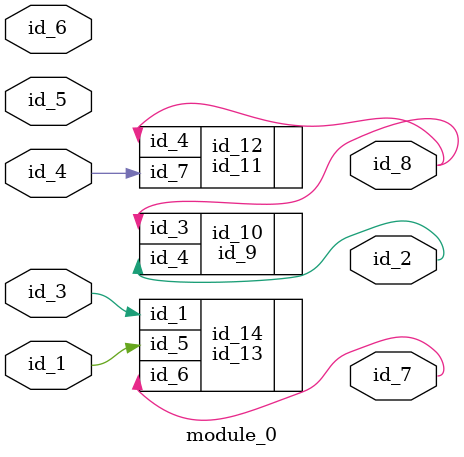
<source format=v>
`define pp_1 0
module module_0 (
    id_1,
    id_2,
    id_3,
    id_4,
    id_5,
    id_6,
    id_7,
    id_8
);
  output id_8;
  output id_7;
  input id_6;
  input id_5;
  input id_4;
  input id_3;
  output id_2;
  input id_1;
  id_9 id_10 (
      .id_3(id_8),
      .id_4(id_5),
      .id_4(id_2)
  );
  id_11 id_12 (
      .id_7(id_4),
      .id_4(id_8)
  );
  id_13 id_14 (
      .id_1(id_3),
      .id_6(id_7),
      .id_5(id_1)
  );
endmodule

</source>
